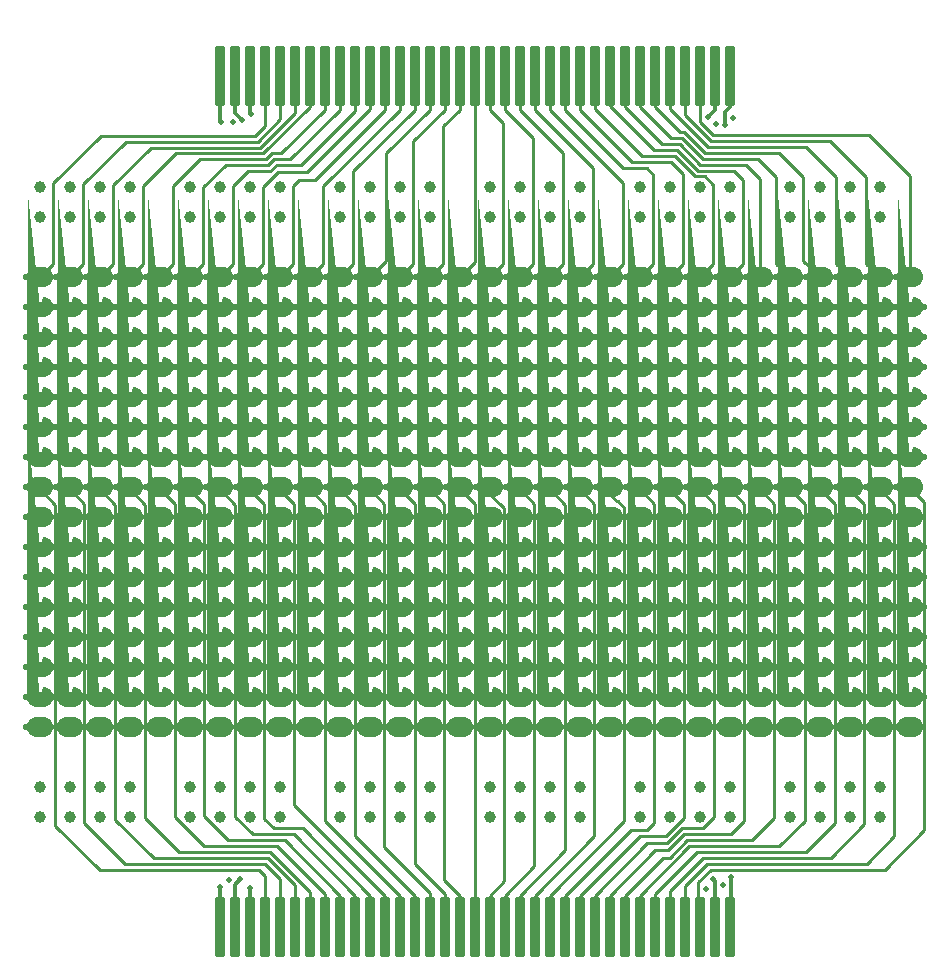
<source format=gtl>
%TF.GenerationSoftware,KiCad,Pcbnew,7.0.7*%
%TF.CreationDate,2024-02-23T14:46:40-08:00*%
%TF.ProjectId,JluxR2protoboard,4a6c7578-5232-4707-926f-746f626f6172,rev?*%
%TF.SameCoordinates,Original*%
%TF.FileFunction,Copper,L1,Top*%
%TF.FilePolarity,Positive*%
%FSLAX46Y46*%
G04 Gerber Fmt 4.6, Leading zero omitted, Abs format (unit mm)*
G04 Created by KiCad (PCBNEW 7.0.7) date 2024-02-23 14:46:40*
%MOMM*%
%LPD*%
G01*
G04 APERTURE LIST*
G04 Aperture macros list*
%AMRoundRect*
0 Rectangle with rounded corners*
0 $1 Rounding radius*
0 $2 $3 $4 $5 $6 $7 $8 $9 X,Y pos of 4 corners*
0 Add a 4 corners polygon primitive as box body*
4,1,4,$2,$3,$4,$5,$6,$7,$8,$9,$2,$3,0*
0 Add four circle primitives for the rounded corners*
1,1,$1+$1,$2,$3*
1,1,$1+$1,$4,$5*
1,1,$1+$1,$6,$7*
1,1,$1+$1,$8,$9*
0 Add four rect primitives between the rounded corners*
20,1,$1+$1,$2,$3,$4,$5,0*
20,1,$1+$1,$4,$5,$6,$7,0*
20,1,$1+$1,$6,$7,$8,$9,0*
20,1,$1+$1,$8,$9,$2,$3,0*%
%AMFreePoly0*
4,1,49,0.250000,0.845344,0.338849,0.845344,0.512664,0.808398,0.675000,0.736122,0.818761,0.631673,0.937664,0.499617,1.026514,0.345726,1.081425,0.176725,1.100000,0.000000,1.081425,-0.176725,1.026514,-0.345726,0.937664,-0.499617,0.818761,-0.631673,0.675000,-0.736122,0.512664,-0.808398,0.338849,-0.845344,0.250000,-0.845344,0.250000,-0.850000,-0.250000,-0.850000,-0.250000,-0.845344,
-0.338849,-0.845344,-0.512664,-0.808398,-0.675000,-0.736122,-0.818761,-0.631673,-0.937664,-0.499617,-1.012030,-0.370812,-1.075001,-0.307840,-1.175960,-0.250000,-1.210000,-0.250000,-1.305671,-0.230970,-1.386777,-0.176777,-1.440970,-0.095671,-1.460000,0.000000,-1.440970,0.095671,-1.386777,0.176777,-1.305671,0.230970,-1.210000,0.250000,-1.175960,0.250000,-1.075001,0.307840,-1.012030,0.370812,
-0.937664,0.499617,-0.818761,0.631673,-0.675000,0.736122,-0.512664,0.808398,-0.338849,0.845344,-0.250000,0.845344,-0.250000,0.850000,0.250000,0.850000,0.250000,0.845344,0.250000,0.845344,$1*%
%AMFreePoly1*
4,1,59,0.250000,0.845344,0.338849,0.845344,0.512664,0.808398,0.675000,0.736122,0.818761,0.631673,0.937664,0.499617,1.012030,0.370812,1.075002,0.307840,1.175960,0.250000,1.210000,0.250000,1.305671,0.230970,1.386777,0.176777,1.440970,0.095671,1.460000,0.000000,1.440970,-0.095671,1.386777,-0.176777,1.305671,-0.230970,1.210000,-0.250000,1.175960,-0.250000,1.075002,-0.307840,
1.012030,-0.370812,0.937664,-0.499617,0.818761,-0.631673,0.675000,-0.736122,0.512664,-0.808398,0.338849,-0.845344,0.250000,-0.845344,0.250000,-0.850000,-0.250000,-0.850000,-0.250000,-0.845344,-0.338849,-0.845344,-0.512664,-0.808398,-0.675000,-0.736122,-0.818761,-0.631673,-0.937664,-0.499617,-1.012030,-0.370812,-1.075001,-0.307840,-1.175960,-0.250000,-1.210000,-0.250000,-1.305671,-0.230970,
-1.386777,-0.176777,-1.440970,-0.095671,-1.460000,0.000000,-1.440970,0.095671,-1.386777,0.176777,-1.305671,0.230970,-1.210000,0.250000,-1.175960,0.250000,-1.075001,0.307840,-1.012030,0.370812,-0.937664,0.499617,-0.818761,0.631673,-0.675000,0.736122,-0.512664,0.808398,-0.338849,0.845344,-0.250000,0.845344,-0.250000,0.850000,0.250000,0.850000,0.250000,0.845344,0.250000,0.845344,
$1*%
G04 Aperture macros list end*
%TA.AperFunction,ComponentPad*%
%ADD10FreePoly0,90.000000*%
%TD*%
%TA.AperFunction,ComponentPad*%
%ADD11FreePoly1,90.000000*%
%TD*%
%TA.AperFunction,ComponentPad*%
%ADD12FreePoly0,270.000000*%
%TD*%
%TA.AperFunction,ComponentPad*%
%ADD13C,1.000000*%
%TD*%
%TA.AperFunction,SMDPad,CuDef*%
%ADD14RoundRect,0.090000X-0.360000X-2.410000X0.360000X-2.410000X0.360000X2.410000X-0.360000X2.410000X0*%
%TD*%
%TA.AperFunction,SMDPad,CuDef*%
%ADD15RoundRect,0.090000X0.360000X2.410000X-0.360000X2.410000X-0.360000X-2.410000X0.360000X-2.410000X0*%
%TD*%
%TA.AperFunction,ViaPad*%
%ADD16C,0.500000*%
%TD*%
%TA.AperFunction,Conductor*%
%ADD17C,0.250000*%
%TD*%
%TA.AperFunction,Conductor*%
%ADD18C,0.350000*%
%TD*%
G04 APERTURE END LIST*
D10*
%TO.P,J1,1,Pin_1*%
%TO.N,Net-(J1-Pin_1)*%
X65151000Y-39461201D03*
D11*
X65151000Y-42001201D03*
X65151000Y-44541201D03*
X65151000Y-47081201D03*
X65151000Y-49621201D03*
X65151000Y-52161201D03*
X65151000Y-54701201D03*
D12*
X65151000Y-57241201D03*
D10*
%TO.P,J1,2,Pin_2*%
%TO.N,Net-(J1-Pin_2)*%
X67691000Y-39461201D03*
D11*
X67691000Y-42001201D03*
X67691000Y-44541201D03*
X67691000Y-47081201D03*
X67691000Y-49621201D03*
X67691000Y-52161201D03*
X67691000Y-54701201D03*
D12*
X67691000Y-57241201D03*
D10*
%TO.P,J1,3,Pin_3*%
%TO.N,Net-(J1-Pin_3)*%
X70231000Y-39461201D03*
D11*
X70231000Y-42001201D03*
X70231000Y-44541201D03*
X70231000Y-47081201D03*
X70231000Y-49621201D03*
X70231000Y-52161201D03*
X70231000Y-54701201D03*
D12*
X70231000Y-57241201D03*
D10*
%TO.P,J1,4,Pin_4*%
%TO.N,Net-(J1-Pin_4)*%
X72771000Y-39461201D03*
D11*
X72771000Y-42001201D03*
X72771000Y-44541201D03*
X72771000Y-47081201D03*
X72771000Y-49621201D03*
X72771000Y-52161201D03*
X72771000Y-54701201D03*
D12*
X72771000Y-57241201D03*
D10*
%TO.P,J1,5,Pin_5*%
%TO.N,Net-(J1-Pin_5)*%
X75311000Y-39461201D03*
D11*
X75311000Y-42001201D03*
X75311000Y-44541201D03*
X75311000Y-47081201D03*
X75311000Y-49621201D03*
X75311000Y-52161201D03*
X75311000Y-54701201D03*
D12*
X75311000Y-57241201D03*
D10*
%TO.P,J1,6,Pin_6*%
%TO.N,Net-(J1-Pin_6)*%
X77851000Y-39461201D03*
D11*
X77851000Y-42001201D03*
X77851000Y-44541201D03*
X77851000Y-47081201D03*
X77851000Y-49621201D03*
X77851000Y-52161201D03*
X77851000Y-54701201D03*
D12*
X77851000Y-57241201D03*
D10*
%TO.P,J1,7,Pin_7*%
%TO.N,Net-(J1-Pin_7)*%
X80391000Y-39461201D03*
D11*
X80391000Y-42001201D03*
X80391000Y-44541201D03*
X80391000Y-47081201D03*
X80391000Y-49621201D03*
X80391000Y-52161201D03*
X80391000Y-54701201D03*
D12*
X80391000Y-57241201D03*
D10*
%TO.P,J1,8,Pin_8*%
%TO.N,Net-(J1-Pin_8)*%
X82931000Y-39461201D03*
D11*
X82931000Y-42001201D03*
X82931000Y-44541201D03*
X82931000Y-47081201D03*
X82931000Y-49621201D03*
X82931000Y-52161201D03*
X82931000Y-54701201D03*
D12*
X82931000Y-57241201D03*
D10*
%TO.P,J1,9,Pin_9*%
%TO.N,Net-(J1-Pin_9)*%
X85471000Y-39461201D03*
D11*
X85471000Y-42001201D03*
X85471000Y-44541201D03*
X85471000Y-47081201D03*
X85471000Y-49621201D03*
X85471000Y-52161201D03*
X85471000Y-54701201D03*
D12*
X85471000Y-57241201D03*
D10*
%TO.P,J1,10,Pin_10*%
%TO.N,Net-(J1-Pin_10)*%
X88011000Y-39461201D03*
D11*
X88011000Y-42001201D03*
X88011000Y-44541201D03*
X88011000Y-47081201D03*
X88011000Y-49621201D03*
X88011000Y-52161201D03*
X88011000Y-54701201D03*
D12*
X88011000Y-57241201D03*
D10*
%TO.P,J1,11,Pin_11*%
%TO.N,Net-(J1-Pin_11)*%
X90551000Y-39461201D03*
D11*
X90551000Y-42001201D03*
X90551000Y-44541201D03*
X90551000Y-47081201D03*
X90551000Y-49621201D03*
X90551000Y-52161201D03*
X90551000Y-54701201D03*
D12*
X90551000Y-57241201D03*
D10*
%TO.P,J1,12,Pin_12*%
%TO.N,Net-(J1-Pin_12)*%
X93091000Y-39461201D03*
D11*
X93091000Y-42001201D03*
X93091000Y-44541201D03*
X93091000Y-47081201D03*
X93091000Y-49621201D03*
X93091000Y-52161201D03*
X93091000Y-54701201D03*
D12*
X93091000Y-57241201D03*
D10*
%TO.P,J1,13,Pin_13*%
%TO.N,Net-(J1-Pin_13)*%
X95631000Y-39461201D03*
D11*
X95631000Y-42001201D03*
X95631000Y-44541201D03*
X95631000Y-47081201D03*
X95631000Y-49621201D03*
X95631000Y-52161201D03*
X95631000Y-54701201D03*
D12*
X95631000Y-57241201D03*
D10*
%TO.P,J1,14,Pin_14*%
%TO.N,Net-(J1-Pin_14)*%
X98171000Y-39461201D03*
D11*
X98171000Y-42001201D03*
X98171000Y-44541201D03*
X98171000Y-47081201D03*
X98171000Y-49621201D03*
X98171000Y-52161201D03*
X98171000Y-54701201D03*
D12*
X98171000Y-57241201D03*
D10*
%TO.P,J1,15,Pin_15*%
%TO.N,Net-(J1-Pin_15)*%
X100711000Y-39461201D03*
D11*
X100711000Y-42001201D03*
X100711000Y-44541201D03*
X100711000Y-47081201D03*
X100711000Y-49621201D03*
X100711000Y-52161201D03*
X100711000Y-54701201D03*
D12*
X100711000Y-57241201D03*
D10*
%TO.P,J1,16,Pin_16*%
%TO.N,Net-(J1-Pin_16)*%
X103251000Y-39461201D03*
D11*
X103251000Y-42001201D03*
X103251000Y-44541201D03*
X103251000Y-47081201D03*
X103251000Y-49621201D03*
X103251000Y-52161201D03*
X103251000Y-54701201D03*
D12*
X103251000Y-57241201D03*
D10*
%TO.P,J1,17,Pin_17*%
%TO.N,Net-(J1-Pin_17)*%
X105791000Y-39461201D03*
D11*
X105791000Y-42001201D03*
X105791000Y-44541201D03*
X105791000Y-47081201D03*
X105791000Y-49621201D03*
X105791000Y-52161201D03*
X105791000Y-54701201D03*
D12*
X105791000Y-57241201D03*
D10*
%TO.P,J1,18,Pin_18*%
%TO.N,Net-(J1-Pin_18)*%
X108331000Y-39461201D03*
D11*
X108331000Y-42001201D03*
X108331000Y-44541201D03*
X108331000Y-47081201D03*
X108331000Y-49621201D03*
X108331000Y-52161201D03*
X108331000Y-54701201D03*
D12*
X108331000Y-57241201D03*
D10*
%TO.P,J1,19,Pin_19*%
%TO.N,Net-(J1-Pin_19)*%
X110871000Y-39461201D03*
D11*
X110871000Y-42001201D03*
X110871000Y-44541201D03*
X110871000Y-47081201D03*
X110871000Y-49621201D03*
X110871000Y-52161201D03*
X110871000Y-54701201D03*
D12*
X110871000Y-57241201D03*
D10*
%TO.P,J1,20,Pin_20*%
%TO.N,Net-(J1-Pin_20)*%
X113411000Y-39461201D03*
D11*
X113411000Y-42001201D03*
X113411000Y-44541201D03*
X113411000Y-47081201D03*
X113411000Y-49621201D03*
X113411000Y-52161201D03*
X113411000Y-54701201D03*
D12*
X113411000Y-57241201D03*
D10*
%TO.P,J1,21,Pin_21*%
%TO.N,Net-(J1-Pin_21)*%
X115951000Y-39461201D03*
D11*
X115951000Y-42001201D03*
X115951000Y-44541201D03*
X115951000Y-47081201D03*
X115951000Y-49621201D03*
X115951000Y-52161201D03*
X115951000Y-54701201D03*
D12*
X115951000Y-57241201D03*
D10*
%TO.P,J1,22,Pin_22*%
%TO.N,Net-(J1-Pin_22)*%
X118491000Y-39461201D03*
D11*
X118491000Y-42001201D03*
X118491000Y-44541201D03*
X118491000Y-47081201D03*
X118491000Y-49621201D03*
X118491000Y-52161201D03*
X118491000Y-54701201D03*
D12*
X118491000Y-57241201D03*
D10*
%TO.P,J1,23,Pin_23*%
%TO.N,Net-(J1-Pin_23)*%
X121031000Y-39461201D03*
D11*
X121031000Y-42001201D03*
X121031000Y-44541201D03*
X121031000Y-47081201D03*
X121031000Y-49621201D03*
X121031000Y-52161201D03*
X121031000Y-54701201D03*
D12*
X121031000Y-57241201D03*
D10*
%TO.P,J1,24,Pin_24*%
%TO.N,Net-(J1-Pin_24)*%
X123571000Y-39461201D03*
D11*
X123571000Y-42001201D03*
X123571000Y-44541201D03*
X123571000Y-47081201D03*
X123571000Y-49621201D03*
X123571000Y-52161201D03*
X123571000Y-54701201D03*
D12*
X123571000Y-57241201D03*
D10*
%TO.P,J1,25,Pin_25*%
%TO.N,Net-(J1-Pin_25)*%
X126111000Y-39461201D03*
D11*
X126111000Y-42001201D03*
X126111000Y-44541201D03*
X126111000Y-47081201D03*
X126111000Y-49621201D03*
X126111000Y-52161201D03*
X126111000Y-54701201D03*
D12*
X126111000Y-57241201D03*
D10*
%TO.P,J1,26,Pin_26*%
%TO.N,Net-(J1-Pin_26)*%
X128651000Y-39461201D03*
D11*
X128651000Y-42001201D03*
X128651000Y-44541201D03*
X128651000Y-47081201D03*
X128651000Y-49621201D03*
X128651000Y-52161201D03*
X128651000Y-54701201D03*
D12*
X128651000Y-57241201D03*
D10*
%TO.P,J1,27,Pin_27*%
%TO.N,Net-(J1-Pin_27)*%
X131191000Y-39461201D03*
D11*
X131191000Y-42001201D03*
X131191000Y-44541201D03*
X131191000Y-47081201D03*
X131191000Y-49621201D03*
X131191000Y-52161201D03*
X131191000Y-54701201D03*
D12*
X131191000Y-57241201D03*
D10*
%TO.P,J1,28,Pin_28*%
%TO.N,Net-(J1-Pin_28)*%
X133731000Y-39461201D03*
D11*
X133731000Y-42001201D03*
X133731000Y-44541201D03*
X133731000Y-47081201D03*
X133731000Y-49621201D03*
X133731000Y-52161201D03*
X133731000Y-54701201D03*
D12*
X133731000Y-57241201D03*
D10*
%TO.P,J1,29,Pin_29*%
%TO.N,Net-(J1-Pin_29)*%
X136271000Y-39461201D03*
D11*
X136271000Y-42001201D03*
X136271000Y-44541201D03*
X136271000Y-47081201D03*
X136271000Y-49621201D03*
X136271000Y-52161201D03*
X136271000Y-54701201D03*
D12*
X136271000Y-57241201D03*
D10*
%TO.P,J1,30,Pin_30*%
%TO.N,Net-(J1-Pin_30)*%
X138811000Y-39461201D03*
D11*
X138811000Y-42001201D03*
X138811000Y-44541201D03*
X138811000Y-47081201D03*
X138811000Y-49621201D03*
X138811000Y-52161201D03*
X138811000Y-54701201D03*
D12*
X138811000Y-57241201D03*
%TD*%
D10*
%TO.P,J2,1,Pin_1*%
%TO.N,Net-(J11-Pin_1)*%
X65151000Y-59781201D03*
D11*
X65151000Y-62321201D03*
X65151000Y-64861201D03*
X65151000Y-67401201D03*
X65151000Y-69941201D03*
X65151000Y-72481201D03*
X65151000Y-75021201D03*
D12*
X65151000Y-77561201D03*
D10*
%TO.P,J2,2,Pin_2*%
%TO.N,Net-(J11-Pin_2)*%
X67691000Y-59781201D03*
D11*
X67691000Y-62321201D03*
X67691000Y-64861201D03*
X67691000Y-67401201D03*
X67691000Y-69941201D03*
X67691000Y-72481201D03*
X67691000Y-75021201D03*
D12*
X67691000Y-77561201D03*
D10*
%TO.P,J2,3,Pin_3*%
%TO.N,Net-(J11-Pin_3)*%
X70231000Y-59781201D03*
D11*
X70231000Y-62321201D03*
X70231000Y-64861201D03*
X70231000Y-67401201D03*
X70231000Y-69941201D03*
X70231000Y-72481201D03*
X70231000Y-75021201D03*
D12*
X70231000Y-77561201D03*
D10*
%TO.P,J2,4,Pin_4*%
%TO.N,Net-(J11-Pin_4)*%
X72771000Y-59781201D03*
D11*
X72771000Y-62321201D03*
X72771000Y-64861201D03*
X72771000Y-67401201D03*
X72771000Y-69941201D03*
X72771000Y-72481201D03*
X72771000Y-75021201D03*
D12*
X72771000Y-77561201D03*
D10*
%TO.P,J2,5,Pin_5*%
%TO.N,Net-(J11-Pin_5)*%
X75311000Y-59781201D03*
D11*
X75311000Y-62321201D03*
X75311000Y-64861201D03*
X75311000Y-67401201D03*
X75311000Y-69941201D03*
X75311000Y-72481201D03*
X75311000Y-75021201D03*
D12*
X75311000Y-77561201D03*
D10*
%TO.P,J2,6,Pin_6*%
%TO.N,Net-(J11-Pin_6)*%
X77851000Y-59781201D03*
D11*
X77851000Y-62321201D03*
X77851000Y-64861201D03*
X77851000Y-67401201D03*
X77851000Y-69941201D03*
X77851000Y-72481201D03*
X77851000Y-75021201D03*
D12*
X77851000Y-77561201D03*
D10*
%TO.P,J2,7,Pin_7*%
%TO.N,Net-(J11-Pin_7)*%
X80391000Y-59781201D03*
D11*
X80391000Y-62321201D03*
X80391000Y-64861201D03*
X80391000Y-67401201D03*
X80391000Y-69941201D03*
X80391000Y-72481201D03*
X80391000Y-75021201D03*
D12*
X80391000Y-77561201D03*
D10*
%TO.P,J2,8,Pin_8*%
%TO.N,Net-(J11-Pin_8)*%
X82931000Y-59781201D03*
D11*
X82931000Y-62321201D03*
X82931000Y-64861201D03*
X82931000Y-67401201D03*
X82931000Y-69941201D03*
X82931000Y-72481201D03*
X82931000Y-75021201D03*
D12*
X82931000Y-77561201D03*
D10*
%TO.P,J2,9,Pin_9*%
%TO.N,Net-(J11-Pin_9)*%
X85471000Y-59781201D03*
D11*
X85471000Y-62321201D03*
X85471000Y-64861201D03*
X85471000Y-67401201D03*
X85471000Y-69941201D03*
X85471000Y-72481201D03*
X85471000Y-75021201D03*
D12*
X85471000Y-77561201D03*
D10*
%TO.P,J2,10,Pin_10*%
%TO.N,Net-(J11-Pin_10)*%
X88011000Y-59781201D03*
D11*
X88011000Y-62321201D03*
X88011000Y-64861201D03*
X88011000Y-67401201D03*
X88011000Y-69941201D03*
X88011000Y-72481201D03*
X88011000Y-75021201D03*
D12*
X88011000Y-77561201D03*
D10*
%TO.P,J2,11,Pin_11*%
%TO.N,Net-(J11-Pin_11)*%
X90551000Y-59781201D03*
D11*
X90551000Y-62321201D03*
X90551000Y-64861201D03*
X90551000Y-67401201D03*
X90551000Y-69941201D03*
X90551000Y-72481201D03*
X90551000Y-75021201D03*
D12*
X90551000Y-77561201D03*
D10*
%TO.P,J2,12,Pin_12*%
%TO.N,Net-(J11-Pin_12)*%
X93091000Y-59781201D03*
D11*
X93091000Y-62321201D03*
X93091000Y-64861201D03*
X93091000Y-67401201D03*
X93091000Y-69941201D03*
X93091000Y-72481201D03*
X93091000Y-75021201D03*
D12*
X93091000Y-77561201D03*
D10*
%TO.P,J2,13,Pin_13*%
%TO.N,Net-(J11-Pin_13)*%
X95631000Y-59781201D03*
D11*
X95631000Y-62321201D03*
X95631000Y-64861201D03*
X95631000Y-67401201D03*
X95631000Y-69941201D03*
X95631000Y-72481201D03*
X95631000Y-75021201D03*
D12*
X95631000Y-77561201D03*
D10*
%TO.P,J2,14,Pin_14*%
%TO.N,Net-(J11-Pin_14)*%
X98171000Y-59781201D03*
D11*
X98171000Y-62321201D03*
X98171000Y-64861201D03*
X98171000Y-67401201D03*
X98171000Y-69941201D03*
X98171000Y-72481201D03*
X98171000Y-75021201D03*
D12*
X98171000Y-77561201D03*
D10*
%TO.P,J2,15,Pin_15*%
%TO.N,Net-(J11-Pin_15)*%
X100711000Y-59781201D03*
D11*
X100711000Y-62321201D03*
X100711000Y-64861201D03*
X100711000Y-67401201D03*
X100711000Y-69941201D03*
X100711000Y-72481201D03*
X100711000Y-75021201D03*
D12*
X100711000Y-77561201D03*
D10*
%TO.P,J2,16,Pin_16*%
%TO.N,Net-(J11-Pin_16)*%
X103251000Y-59781201D03*
D11*
X103251000Y-62321201D03*
X103251000Y-64861201D03*
X103251000Y-67401201D03*
X103251000Y-69941201D03*
X103251000Y-72481201D03*
X103251000Y-75021201D03*
D12*
X103251000Y-77561201D03*
D10*
%TO.P,J2,17,Pin_17*%
%TO.N,Net-(J11-Pin_17)*%
X105791000Y-59781201D03*
D11*
X105791000Y-62321201D03*
X105791000Y-64861201D03*
X105791000Y-67401201D03*
X105791000Y-69941201D03*
X105791000Y-72481201D03*
X105791000Y-75021201D03*
D12*
X105791000Y-77561201D03*
D10*
%TO.P,J2,18,Pin_18*%
%TO.N,Net-(J11-Pin_18)*%
X108331000Y-59781201D03*
D11*
X108331000Y-62321201D03*
X108331000Y-64861201D03*
X108331000Y-67401201D03*
X108331000Y-69941201D03*
X108331000Y-72481201D03*
X108331000Y-75021201D03*
D12*
X108331000Y-77561201D03*
D10*
%TO.P,J2,19,Pin_19*%
%TO.N,Net-(J11-Pin_19)*%
X110871000Y-59781201D03*
D11*
X110871000Y-62321201D03*
X110871000Y-64861201D03*
X110871000Y-67401201D03*
X110871000Y-69941201D03*
X110871000Y-72481201D03*
X110871000Y-75021201D03*
D12*
X110871000Y-77561201D03*
D10*
%TO.P,J2,20,Pin_20*%
%TO.N,Net-(J11-Pin_20)*%
X113411000Y-59781201D03*
D11*
X113411000Y-62321201D03*
X113411000Y-64861201D03*
X113411000Y-67401201D03*
X113411000Y-69941201D03*
X113411000Y-72481201D03*
X113411000Y-75021201D03*
D12*
X113411000Y-77561201D03*
D10*
%TO.P,J2,21,Pin_21*%
%TO.N,Net-(J11-Pin_21)*%
X115951000Y-59781201D03*
D11*
X115951000Y-62321201D03*
X115951000Y-64861201D03*
X115951000Y-67401201D03*
X115951000Y-69941201D03*
X115951000Y-72481201D03*
X115951000Y-75021201D03*
D12*
X115951000Y-77561201D03*
D10*
%TO.P,J2,22,Pin_22*%
%TO.N,Net-(J11-Pin_22)*%
X118491000Y-59781201D03*
D11*
X118491000Y-62321201D03*
X118491000Y-64861201D03*
X118491000Y-67401201D03*
X118491000Y-69941201D03*
X118491000Y-72481201D03*
X118491000Y-75021201D03*
D12*
X118491000Y-77561201D03*
D10*
%TO.P,J2,23,Pin_23*%
%TO.N,Net-(J11-Pin_23)*%
X121031000Y-59781201D03*
D11*
X121031000Y-62321201D03*
X121031000Y-64861201D03*
X121031000Y-67401201D03*
X121031000Y-69941201D03*
X121031000Y-72481201D03*
X121031000Y-75021201D03*
D12*
X121031000Y-77561201D03*
D10*
%TO.P,J2,24,Pin_24*%
%TO.N,Net-(J11-Pin_24)*%
X123571000Y-59781201D03*
D11*
X123571000Y-62321201D03*
X123571000Y-64861201D03*
X123571000Y-67401201D03*
X123571000Y-69941201D03*
X123571000Y-72481201D03*
X123571000Y-75021201D03*
D12*
X123571000Y-77561201D03*
D10*
%TO.P,J2,25,Pin_25*%
%TO.N,Net-(J11-Pin_25)*%
X126111000Y-59781201D03*
D11*
X126111000Y-62321201D03*
X126111000Y-64861201D03*
X126111000Y-67401201D03*
X126111000Y-69941201D03*
X126111000Y-72481201D03*
X126111000Y-75021201D03*
D12*
X126111000Y-77561201D03*
D10*
%TO.P,J2,26,Pin_26*%
%TO.N,Net-(J11-Pin_26)*%
X128651000Y-59781201D03*
D11*
X128651000Y-62321201D03*
X128651000Y-64861201D03*
X128651000Y-67401201D03*
X128651000Y-69941201D03*
X128651000Y-72481201D03*
X128651000Y-75021201D03*
D12*
X128651000Y-77561201D03*
D10*
%TO.P,J2,27,Pin_27*%
%TO.N,Net-(J11-Pin_27)*%
X131191000Y-59781201D03*
D11*
X131191000Y-62321201D03*
X131191000Y-64861201D03*
X131191000Y-67401201D03*
X131191000Y-69941201D03*
X131191000Y-72481201D03*
X131191000Y-75021201D03*
D12*
X131191000Y-77561201D03*
D10*
%TO.P,J2,28,Pin_28*%
%TO.N,Net-(J11-Pin_28)*%
X133731000Y-59781201D03*
D11*
X133731000Y-62321201D03*
X133731000Y-64861201D03*
X133731000Y-67401201D03*
X133731000Y-69941201D03*
X133731000Y-72481201D03*
X133731000Y-75021201D03*
D12*
X133731000Y-77561201D03*
D10*
%TO.P,J2,29,Pin_29*%
%TO.N,Net-(J11-Pin_29)*%
X136271000Y-59781201D03*
D11*
X136271000Y-62321201D03*
X136271000Y-64861201D03*
X136271000Y-67401201D03*
X136271000Y-69941201D03*
X136271000Y-72481201D03*
X136271000Y-75021201D03*
D12*
X136271000Y-77561201D03*
D10*
%TO.P,J2,30,Pin_30*%
%TO.N,Net-(J11-Pin_30)*%
X138811000Y-59781201D03*
D11*
X138811000Y-62321201D03*
X138811000Y-64861201D03*
X138811000Y-67401201D03*
X138811000Y-69941201D03*
X138811000Y-72481201D03*
X138811000Y-75021201D03*
D12*
X138811000Y-77561201D03*
%TD*%
D13*
%TO.P,TP24,1,1*%
%TO.N,TOP_POS*%
X65151000Y-31826200D03*
X67691000Y-31826200D03*
X70231000Y-31826200D03*
X72771000Y-31826200D03*
X77851000Y-31826200D03*
X80391000Y-31826200D03*
X82931000Y-31826200D03*
X85471000Y-31826200D03*
X90551000Y-31826200D03*
X93091000Y-31826200D03*
X95631000Y-31826200D03*
X98171000Y-31826200D03*
X103251000Y-31826200D03*
X105791000Y-31826200D03*
X108331000Y-31826200D03*
X110871000Y-31826200D03*
X115951000Y-31826200D03*
X118491000Y-31826200D03*
X121031000Y-31826200D03*
X123571000Y-31826200D03*
X128651000Y-31826200D03*
X131191000Y-31826200D03*
X133731000Y-31826200D03*
X136271000Y-31826200D03*
%TD*%
%TO.P,TP26,1,1*%
%TO.N,TOP_NEG*%
X65151000Y-34366200D03*
X67691000Y-34366200D03*
X70231000Y-34366200D03*
X72771000Y-34366200D03*
X77851000Y-34366200D03*
X80391000Y-34366200D03*
X82931000Y-34366200D03*
X85471000Y-34366200D03*
X90551000Y-34366200D03*
X93091000Y-34366200D03*
X95631000Y-34366200D03*
X98171000Y-34366200D03*
X103251000Y-34366200D03*
X105791000Y-34366200D03*
X108331000Y-34366200D03*
X110871000Y-34366200D03*
X115951000Y-34366200D03*
X118491000Y-34366200D03*
X121031000Y-34366200D03*
X123571000Y-34366200D03*
X128651000Y-34366200D03*
X131191000Y-34366200D03*
X133731000Y-34366200D03*
X136271000Y-34366200D03*
%TD*%
%TO.P,TP28,1,1*%
%TO.N,BOT_POS*%
X65151000Y-82626200D03*
X67691000Y-82626200D03*
X70231000Y-82626200D03*
X72771000Y-82626200D03*
X77851000Y-82626200D03*
X80391000Y-82626200D03*
X82931000Y-82626200D03*
X85471000Y-82626200D03*
X90551000Y-82626200D03*
X93091000Y-82626200D03*
X95631000Y-82626200D03*
X98171000Y-82626200D03*
X103251000Y-82626200D03*
X105791000Y-82626200D03*
X108331000Y-82626200D03*
X110871000Y-82626200D03*
X115951000Y-82626200D03*
X118491000Y-82626200D03*
X121031000Y-82626200D03*
X123571000Y-82626200D03*
X128651000Y-82626200D03*
X131191000Y-82626200D03*
X133731000Y-82626200D03*
X136271000Y-82626200D03*
%TD*%
%TO.P,TP30,1,1*%
%TO.N,BOT_NEG*%
X65151000Y-85166200D03*
X67691000Y-85166200D03*
X70231000Y-85166200D03*
X72771000Y-85166200D03*
X77851000Y-85166200D03*
X80391000Y-85166200D03*
X82931000Y-85166200D03*
X85471000Y-85166200D03*
X90551000Y-85166200D03*
X93091000Y-85166200D03*
X95631000Y-85166200D03*
X98171000Y-85166200D03*
X103251000Y-85166200D03*
X105791000Y-85166200D03*
X108331000Y-85166200D03*
X110871000Y-85166200D03*
X115951000Y-85166200D03*
X118491000Y-85166200D03*
X121031000Y-85166200D03*
X123571000Y-85166200D03*
X128651000Y-85166200D03*
X131191000Y-85166200D03*
X133731000Y-85166200D03*
X136271000Y-85166200D03*
%TD*%
D14*
%TO.P,J11,31,Pin_31*%
%TO.N,Net-(J1-Pin_1)*%
X84175600Y-22453600D03*
%TO.P,J11,32,Pin_32*%
%TO.N,Net-(J1-Pin_2)*%
X85445600Y-22453600D03*
%TO.P,J11,33,Pin_33*%
%TO.N,Net-(J1-Pin_3)*%
X86715600Y-22453600D03*
%TO.P,J11,34,Pin_34*%
%TO.N,Net-(J1-Pin_4)*%
X87985600Y-22453600D03*
%TO.P,J11,35,Pin_35*%
%TO.N,Net-(J1-Pin_5)*%
X89255600Y-22453600D03*
%TO.P,J11,36,Pin_36*%
%TO.N,Net-(J1-Pin_6)*%
X90525600Y-22453600D03*
%TO.P,J11,37,Pin_37*%
%TO.N,Net-(J1-Pin_7)*%
X91795600Y-22453600D03*
%TO.P,J11,38,Pin_38*%
%TO.N,Net-(J1-Pin_8)*%
X93065600Y-22453600D03*
%TO.P,J11,39,Pin_39*%
%TO.N,Net-(J1-Pin_9)*%
X94335600Y-22453600D03*
%TO.P,J11,40,Pin_40*%
%TO.N,Net-(J1-Pin_10)*%
X95605600Y-22453600D03*
%TO.P,J11,41,Pin_41*%
%TO.N,Net-(J1-Pin_11)*%
X96875600Y-22453600D03*
%TO.P,J11,42,Pin_42*%
%TO.N,Net-(J1-Pin_12)*%
X98145600Y-22453600D03*
%TO.P,J11,43,Pin_43*%
%TO.N,Net-(J1-Pin_13)*%
X99415600Y-22453600D03*
%TO.P,J11,44,Pin_44*%
%TO.N,Net-(J1-Pin_14)*%
X100685600Y-22453600D03*
%TO.P,J11,45,Pin_45*%
%TO.N,Net-(J1-Pin_15)*%
X101955600Y-22453600D03*
%TO.P,J11,46,Pin_46*%
%TO.N,Net-(J1-Pin_16)*%
X103225600Y-22453600D03*
%TO.P,J11,47,Pin_47*%
%TO.N,Net-(J1-Pin_17)*%
X104495600Y-22453600D03*
%TO.P,J11,48,Pin_48*%
%TO.N,Net-(J1-Pin_18)*%
X105765600Y-22453600D03*
%TO.P,J11,49,Pin_49*%
%TO.N,Net-(J1-Pin_19)*%
X107035600Y-22453600D03*
%TO.P,J11,50,Pin_50*%
%TO.N,Net-(J1-Pin_20)*%
X108305600Y-22453600D03*
%TO.P,J11,51,Pin_51*%
%TO.N,Net-(J1-Pin_21)*%
X109575600Y-22453600D03*
%TO.P,J11,52,Pin_52*%
%TO.N,Net-(J1-Pin_22)*%
X110845600Y-22453600D03*
%TO.P,J11,53,Pin_53*%
%TO.N,Net-(J1-Pin_23)*%
X112115600Y-22453600D03*
%TO.P,J11,54,Pin_54*%
%TO.N,Net-(J1-Pin_24)*%
X113385600Y-22453600D03*
%TO.P,J11,55,Pin_55*%
%TO.N,Net-(J1-Pin_25)*%
X114655600Y-22453600D03*
%TO.P,J11,56,Pin_56*%
%TO.N,Net-(J1-Pin_26)*%
X115925600Y-22453600D03*
%TO.P,J11,57,Pin_57*%
%TO.N,Net-(J1-Pin_27)*%
X117195600Y-22453600D03*
%TO.P,J11,58,Pin_58*%
%TO.N,Net-(J1-Pin_28)*%
X118465600Y-22453600D03*
%TO.P,J11,59,Pin_59*%
%TO.N,Net-(J1-Pin_29)*%
X119735600Y-22453600D03*
%TO.P,J11,60,Pin_60*%
%TO.N,Net-(J1-Pin_30)*%
X121005600Y-22453600D03*
%TO.P,J11,63,Pin_63*%
%TO.N,TOP_POS*%
X122275600Y-22453600D03*
%TO.P,J11,64,Pin_64*%
%TO.N,TOP_NEG*%
X123545600Y-22453600D03*
%TO.P,J11,65,Pin_65*%
%TO.N,LED_GND*%
X80365600Y-22453600D03*
%TO.P,J11,66,Pin_66*%
%TO.N,LED_DATA_OUT*%
X81635600Y-22453600D03*
%TO.P,J11,67,Pin_67*%
%TO.N,LED_5V*%
X82905600Y-22453600D03*
%TD*%
D15*
%TO.P,J12,31,Pin_31*%
%TO.N,Net-(J1-Pin_1)*%
X84201000Y-94488000D03*
%TO.P,J12,32,Pin_32*%
%TO.N,Net-(J1-Pin_2)*%
X85471000Y-94488000D03*
%TO.P,J12,33,Pin_33*%
%TO.N,Net-(J1-Pin_3)*%
X86741000Y-94488000D03*
%TO.P,J12,34,Pin_34*%
%TO.N,Net-(J1-Pin_4)*%
X88011000Y-94488000D03*
%TO.P,J12,35,Pin_35*%
%TO.N,Net-(J1-Pin_5)*%
X89281000Y-94488000D03*
%TO.P,J12,36,Pin_36*%
%TO.N,Net-(J1-Pin_6)*%
X90551000Y-94488000D03*
%TO.P,J12,37,Pin_37*%
%TO.N,Net-(J1-Pin_7)*%
X91821000Y-94488000D03*
%TO.P,J12,38,Pin_38*%
%TO.N,Net-(J1-Pin_8)*%
X93091000Y-94488000D03*
%TO.P,J12,39,Pin_39*%
%TO.N,Net-(J1-Pin_9)*%
X94361000Y-94488000D03*
%TO.P,J12,40,Pin_40*%
%TO.N,Net-(J1-Pin_10)*%
X95631000Y-94488000D03*
%TO.P,J12,41,Pin_41*%
%TO.N,Net-(J1-Pin_11)*%
X96901000Y-94488000D03*
%TO.P,J12,42,Pin_42*%
%TO.N,Net-(J1-Pin_12)*%
X98171000Y-94488000D03*
%TO.P,J12,43,Pin_43*%
%TO.N,Net-(J1-Pin_13)*%
X99441000Y-94488000D03*
%TO.P,J12,44,Pin_44*%
%TO.N,Net-(J1-Pin_14)*%
X100711000Y-94488000D03*
%TO.P,J12,45,Pin_45*%
%TO.N,Net-(J1-Pin_15)*%
X101981000Y-94488000D03*
%TO.P,J12,46,Pin_46*%
%TO.N,Net-(J1-Pin_16)*%
X103251000Y-94488000D03*
%TO.P,J12,47,Pin_47*%
%TO.N,Net-(J1-Pin_17)*%
X104521000Y-94488000D03*
%TO.P,J12,48,Pin_48*%
%TO.N,Net-(J1-Pin_18)*%
X105791000Y-94488000D03*
%TO.P,J12,49,Pin_49*%
%TO.N,Net-(J1-Pin_19)*%
X107061000Y-94488000D03*
%TO.P,J12,50,Pin_50*%
%TO.N,Net-(J1-Pin_20)*%
X108331000Y-94488000D03*
%TO.P,J12,51,Pin_51*%
%TO.N,Net-(J1-Pin_21)*%
X109601000Y-94488000D03*
%TO.P,J12,52,Pin_52*%
%TO.N,Net-(J1-Pin_22)*%
X110871000Y-94488000D03*
%TO.P,J12,53,Pin_53*%
%TO.N,Net-(J1-Pin_23)*%
X112141000Y-94488000D03*
%TO.P,J12,54,Pin_54*%
%TO.N,Net-(J1-Pin_24)*%
X113411000Y-94488000D03*
%TO.P,J12,55,Pin_55*%
%TO.N,Net-(J1-Pin_25)*%
X114681000Y-94488000D03*
%TO.P,J12,56,Pin_56*%
%TO.N,Net-(J1-Pin_26)*%
X115951000Y-94488000D03*
%TO.P,J12,57,Pin_57*%
%TO.N,Net-(J1-Pin_27)*%
X117221000Y-94488000D03*
%TO.P,J12,58,Pin_58*%
%TO.N,Net-(J1-Pin_28)*%
X118491000Y-94488000D03*
%TO.P,J12,59,Pin_59*%
%TO.N,Net-(J1-Pin_29)*%
X119761000Y-94488000D03*
%TO.P,J12,60,Pin_60*%
%TO.N,Net-(J1-Pin_30)*%
X121031000Y-94488000D03*
%TO.P,J12,63,Pin_63*%
%TO.N,TOP_POS*%
X122301000Y-94488000D03*
%TO.P,J12,64,Pin_64*%
%TO.N,TOP_NEG*%
X123571000Y-94488000D03*
%TO.P,J12,65,Pin_65*%
%TO.N,LED_GND*%
X80391000Y-94488000D03*
%TO.P,J12,66,Pin_66*%
%TO.N,LED_DATA_OUT*%
X81661000Y-94488000D03*
%TO.P,J12,67,Pin_67*%
%TO.N,LED_5V*%
X82931000Y-94488000D03*
%TD*%
D16*
%TO.N,TOP_POS*%
X122377200Y-26466800D03*
X122171876Y-90424000D03*
%TO.N,TOP_NEG*%
X123625775Y-90255000D03*
X123823002Y-25996390D03*
%TO.N,BOT_POS*%
X121583225Y-91219751D03*
X121706041Y-25928863D03*
%TO.N,BOT_NEG*%
X123148002Y-26551566D03*
X122969024Y-90931998D03*
%TO.N,LED_GND*%
X80518000Y-26289000D03*
X80391000Y-91059000D03*
%TO.N,LED_DATA_OUT*%
X82129000Y-90424000D03*
X82296000Y-26162000D03*
%TO.N,LED_5V*%
X82931000Y-91186000D03*
X83058000Y-25654000D03*
%TO.N,LED_DATA_IN*%
X81501202Y-26321798D03*
X81133572Y-90470758D03*
%TD*%
D17*
%TO.N,Net-(J1-Pin_30)*%
X140036000Y-86278000D02*
X136684000Y-89630000D01*
X120904000Y-90671980D02*
X120904000Y-94361000D01*
X120904000Y-94361000D02*
X121031000Y-94488000D01*
X138811000Y-57277000D02*
X140036000Y-58502000D01*
X136684000Y-89630000D02*
X121945980Y-89630000D01*
X138811000Y-57241201D02*
X138811000Y-57277000D01*
X140036000Y-58502000D02*
X140036000Y-86278000D01*
X121945980Y-89630000D02*
X120904000Y-90671980D01*
X122174000Y-27432000D02*
X135382000Y-27432000D01*
X121031000Y-26289000D02*
X122174000Y-27432000D01*
X121107200Y-22453600D02*
X121031000Y-22529800D01*
X135382000Y-27432000D02*
X138811000Y-30861000D01*
X121031000Y-22529800D02*
X121031000Y-26289000D01*
X138811000Y-30861000D02*
X138811000Y-39461201D01*
%TO.N,Net-(J1-Pin_29)*%
X121666251Y-89130000D02*
X119761000Y-91035251D01*
X136271000Y-57396044D02*
X137496000Y-58621044D01*
X136271000Y-57241201D02*
X136271000Y-57396044D01*
X137496000Y-86786000D02*
X135152000Y-89130000D01*
X135152000Y-89130000D02*
X121666251Y-89130000D01*
X137496000Y-58621044D02*
X137496000Y-86786000D01*
X119761000Y-91035251D02*
X119761000Y-94488000D01*
X135128000Y-30988000D02*
X132072000Y-27932000D01*
X119761000Y-22529800D02*
X119837200Y-22453600D01*
X119761000Y-25726107D02*
X119761000Y-22529800D01*
X121966893Y-27932000D02*
X119761000Y-25726107D01*
X135128000Y-38318201D02*
X135128000Y-30988000D01*
X136271000Y-39461201D02*
X135128000Y-38318201D01*
X132072000Y-27932000D02*
X121966893Y-27932000D01*
%TO.N,Net-(J1-Pin_28)*%
X133731000Y-57436916D02*
X134956000Y-58661916D01*
X121301000Y-88630000D02*
X118491000Y-91440000D01*
X133731000Y-57241201D02*
X133731000Y-57436916D01*
X132096000Y-88630000D02*
X121301000Y-88630000D01*
X118491000Y-91440000D02*
X118491000Y-94488000D01*
X134956000Y-85770000D02*
X132096000Y-88630000D01*
X134956000Y-58661916D02*
X134956000Y-85770000D01*
X118567200Y-24434800D02*
X118567200Y-22453600D01*
X118491000Y-24511000D02*
X118567200Y-24434800D01*
X121692800Y-28432000D02*
X118491000Y-25230200D01*
X130032000Y-28432000D02*
X121692800Y-28432000D01*
X132588000Y-30988000D02*
X130032000Y-28432000D01*
X133731000Y-39461201D02*
X132588000Y-38318201D01*
X132588000Y-38318201D02*
X132588000Y-30988000D01*
X118491000Y-25230200D02*
X118491000Y-24511000D01*
%TO.N,Net-(J1-Pin_27)*%
X131191000Y-57404279D02*
X132461000Y-58674279D01*
X130014319Y-88130000D02*
X120785000Y-88130000D01*
X132461000Y-85683319D02*
X130014319Y-88130000D01*
X120785000Y-88130000D02*
X117221000Y-91694000D01*
X131191000Y-57241201D02*
X131191000Y-57404279D01*
X117221000Y-91694000D02*
X117221000Y-94488000D01*
X132461000Y-58674279D02*
X132461000Y-85683319D01*
X129794000Y-38064201D02*
X129794000Y-30988000D01*
X117221000Y-25019000D02*
X117221000Y-22529800D01*
X129794000Y-30988000D02*
X127738000Y-28932000D01*
X119364000Y-27162000D02*
X117221000Y-25019000D01*
X117221000Y-22529800D02*
X117297200Y-22453600D01*
X119715694Y-27162000D02*
X119364000Y-27162000D01*
X131191000Y-39461201D02*
X129794000Y-38064201D01*
X121485694Y-28932000D02*
X119715694Y-27162000D01*
X127738000Y-28932000D02*
X121485694Y-28932000D01*
%TO.N,Net-(J1-Pin_26)*%
X115951000Y-91821000D02*
X115951000Y-94488000D01*
X127762000Y-87630000D02*
X120142000Y-87630000D01*
X129901214Y-85490786D02*
X127762000Y-87630000D01*
X128651000Y-57241201D02*
X128651000Y-57404279D01*
X129901214Y-58654493D02*
X129901214Y-85490786D01*
X120142000Y-87630000D02*
X115951000Y-91821000D01*
X128651000Y-57404279D02*
X129901214Y-58654493D01*
X127508000Y-30988000D02*
X125952000Y-29432000D01*
X121278588Y-29432000D02*
X119524588Y-27678000D01*
X128651000Y-39461201D02*
X127508000Y-38318201D01*
X127508000Y-38318201D02*
X127508000Y-30988000D01*
X125952000Y-29432000D02*
X121278588Y-29432000D01*
X119524588Y-27678000D02*
X118610000Y-27678000D01*
X115951000Y-25019000D02*
X115951000Y-22529800D01*
X118610000Y-27678000D02*
X115951000Y-25019000D01*
X115951000Y-22529800D02*
X116027200Y-22453600D01*
%TO.N,Net-(J1-Pin_25)*%
X126111000Y-57404279D02*
X127344230Y-58637509D01*
X114681000Y-91821000D02*
X114681000Y-94488000D01*
X119934894Y-87130000D02*
X118469694Y-88595200D01*
X117906800Y-88595200D02*
X114681000Y-91821000D01*
X127344230Y-85253770D02*
X125468000Y-87130000D01*
X126111000Y-57241201D02*
X126111000Y-57404279D01*
X125468000Y-87130000D02*
X119934894Y-87130000D01*
X118469694Y-88595200D02*
X117906800Y-88595200D01*
X127344230Y-58637509D02*
X127344230Y-85253770D01*
X121071482Y-29932000D02*
X119317482Y-28178000D01*
X117840000Y-28178000D02*
X114681000Y-25019000D01*
X126111000Y-31115000D02*
X124928000Y-29932000D01*
X119317482Y-28178000D02*
X117840000Y-28178000D01*
X126111000Y-39461201D02*
X126111000Y-31115000D01*
X114681000Y-22529800D02*
X114757200Y-22453600D01*
X114681000Y-25019000D02*
X114681000Y-22529800D01*
X124928000Y-29932000D02*
X121071482Y-29932000D01*
%TO.N,Net-(J1-Pin_24)*%
X123571000Y-57404279D02*
X124804230Y-58637509D01*
X124804230Y-58637509D02*
X124804230Y-85507770D01*
X117237000Y-87995000D02*
X113411000Y-91821000D01*
X119727788Y-86630000D02*
X118362788Y-87995000D01*
X118362788Y-87995000D02*
X117237000Y-87995000D01*
X124804230Y-85507770D02*
X123682000Y-86630000D01*
X123571000Y-57241201D02*
X123571000Y-57404279D01*
X113411000Y-91821000D02*
X113411000Y-94488000D01*
X123682000Y-86630000D02*
X119727788Y-86630000D01*
X123571000Y-39461201D02*
X123606799Y-39461201D01*
X124714000Y-31214553D02*
X123931447Y-30432000D01*
X120864376Y-30432000D02*
X119110376Y-28678000D01*
X113411000Y-22529800D02*
X113487200Y-22453600D01*
X123931447Y-30432000D02*
X120864376Y-30432000D01*
X117124893Y-28678000D02*
X113411000Y-24964107D01*
X113411000Y-24964107D02*
X113411000Y-22529800D01*
X124714000Y-38354000D02*
X124714000Y-31214553D01*
X119110376Y-28678000D02*
X117124893Y-28678000D01*
X123606799Y-39461201D02*
X124714000Y-38354000D01*
%TO.N,Net-(J1-Pin_23)*%
X116586000Y-87376000D02*
X112141000Y-91821000D01*
X121031000Y-57404279D02*
X122255201Y-58628480D01*
X121319144Y-86130000D02*
X119520682Y-86130000D01*
X121031000Y-57241201D02*
X121031000Y-57404279D01*
X118274682Y-87376000D02*
X116586000Y-87376000D01*
X112141000Y-91821000D02*
X112141000Y-94488000D01*
X122255201Y-58628480D02*
X122255201Y-85193943D01*
X119520682Y-86130000D02*
X118274682Y-87376000D01*
X122255201Y-85193943D02*
X121319144Y-86130000D01*
X121486252Y-30932000D02*
X120657270Y-30932000D01*
X121031000Y-39461201D02*
X122174000Y-38318201D01*
X112141000Y-22529800D02*
X112217200Y-22453600D01*
X118903270Y-29178000D02*
X116100893Y-29178000D01*
X122174000Y-31619748D02*
X121486252Y-30932000D01*
X112141000Y-25218107D02*
X112141000Y-22529800D01*
X116100893Y-29178000D02*
X112141000Y-25218107D01*
X122174000Y-38318201D02*
X122174000Y-31619748D01*
X120657270Y-30932000D02*
X118903270Y-29178000D01*
%TO.N,Net-(J1-Pin_22)*%
X119716000Y-85227576D02*
X118177176Y-86766400D01*
X119716000Y-58661916D02*
X119716000Y-85227576D01*
X118177176Y-86766400D02*
X115925600Y-86766400D01*
X118491000Y-57436916D02*
X119716000Y-58661916D01*
X110871000Y-91821000D02*
X110871000Y-94488000D01*
X118491000Y-57241201D02*
X118491000Y-57436916D01*
X115925600Y-86766400D02*
X110871000Y-91821000D01*
X119634000Y-38318201D02*
X119634000Y-30734000D01*
X110871000Y-22529800D02*
X110947200Y-22453600D01*
X110871000Y-25273000D02*
X110871000Y-22529800D01*
X119634000Y-30734000D02*
X118578000Y-29678000D01*
X118578000Y-29678000D02*
X115276000Y-29678000D01*
X115276000Y-29678000D02*
X110871000Y-25273000D01*
X118491000Y-39461201D02*
X119634000Y-38318201D01*
%TO.N,Net-(J1-Pin_21)*%
X115181000Y-86241000D02*
X109601000Y-91821000D01*
X115951000Y-57241201D02*
X115951000Y-57404279D01*
X117184230Y-85634770D02*
X116578000Y-86241000D01*
X115951000Y-57404279D02*
X117184230Y-58637509D01*
X117184230Y-58637509D02*
X117184230Y-85634770D01*
X116578000Y-86241000D02*
X115181000Y-86241000D01*
X109601000Y-91821000D02*
X109601000Y-94488000D01*
X109601000Y-22529800D02*
X109677200Y-22453600D01*
X117094000Y-38318201D02*
X117094000Y-30768427D01*
X114554000Y-30226000D02*
X109601000Y-25273000D01*
X117094000Y-30768427D02*
X116551573Y-30226000D01*
X116551573Y-30226000D02*
X114554000Y-30226000D01*
X109601000Y-25273000D02*
X109601000Y-22529800D01*
X115951000Y-39461201D02*
X117094000Y-38318201D01*
%TO.N,Net-(J1-Pin_20)*%
X114636000Y-59010000D02*
X114636000Y-85516000D01*
X113411000Y-57241201D02*
X113411000Y-57869500D01*
X114636000Y-85516000D02*
X108331000Y-91821000D01*
X114070290Y-58444290D02*
X114636000Y-59010000D01*
X113411000Y-57869500D02*
X113985790Y-58444290D01*
X113985790Y-58444290D02*
X114070290Y-58444290D01*
X108331000Y-91821000D02*
X108331000Y-94488000D01*
X114554000Y-31496000D02*
X108331000Y-25273000D01*
X108331000Y-25273000D02*
X108331000Y-22529800D01*
X108331000Y-22529800D02*
X108407200Y-22453600D01*
X114554000Y-38354000D02*
X114554000Y-31496000D01*
X113446799Y-39461201D02*
X114554000Y-38354000D01*
X113411000Y-39461201D02*
X113446799Y-39461201D01*
%TO.N,Net-(J1-Pin_19)*%
X110871000Y-57241201D02*
X110871000Y-57404279D01*
X112096000Y-58629279D02*
X112096000Y-86786000D01*
X112096000Y-86786000D02*
X107061000Y-91821000D01*
X110871000Y-57404279D02*
X112096000Y-58629279D01*
X107061000Y-91821000D02*
X107061000Y-94488000D01*
X112014000Y-30226000D02*
X107061000Y-25273000D01*
X107061000Y-25273000D02*
X107061000Y-22529800D01*
X110871000Y-39461201D02*
X112014000Y-38318201D01*
X107061000Y-22529800D02*
X107137200Y-22453600D01*
X112014000Y-38318201D02*
X112014000Y-30226000D01*
%TO.N,Net-(J1-Pin_18)*%
X109646000Y-58708035D02*
X109646000Y-87966000D01*
X109646000Y-87966000D02*
X105791000Y-91821000D01*
X108331000Y-57393035D02*
X109646000Y-58708035D01*
X108331000Y-57241201D02*
X108331000Y-57393035D01*
X105791000Y-91821000D02*
X105791000Y-94488000D01*
X108331000Y-39461201D02*
X109474000Y-38318201D01*
X105791000Y-22529800D02*
X105867200Y-22453600D01*
X109474000Y-28956000D02*
X105791000Y-25273000D01*
X109474000Y-38318201D02*
X109474000Y-28956000D01*
X105791000Y-25273000D02*
X105791000Y-22529800D01*
%TO.N,Net-(J1-Pin_17)*%
X105791000Y-57241201D02*
X105791000Y-57404279D01*
X107016000Y-89326000D02*
X104521000Y-91821000D01*
X105791000Y-57404279D02*
X107016000Y-58629279D01*
X104521000Y-91821000D02*
X104521000Y-94488000D01*
X107016000Y-58629279D02*
X107016000Y-89326000D01*
X106934000Y-27686000D02*
X104521000Y-25273000D01*
X106934000Y-38318201D02*
X106934000Y-27686000D01*
X104521000Y-22529800D02*
X104597200Y-22453600D01*
X104521000Y-25273000D02*
X104521000Y-22529800D01*
X105791000Y-39461201D02*
X106934000Y-38318201D01*
%TO.N,Net-(J1-Pin_16)*%
X103251000Y-57869500D02*
X103825790Y-58444290D01*
X103251000Y-57241201D02*
X103251000Y-57869500D01*
X104476000Y-90596000D02*
X103251000Y-91821000D01*
X103825790Y-58444290D02*
X103887727Y-58472945D01*
X104100338Y-58634567D02*
X104476000Y-59010229D01*
X103251000Y-91821000D02*
X103251000Y-94488000D01*
X104476000Y-59010229D02*
X104476000Y-90596000D01*
X103887727Y-58472945D02*
X104100338Y-58634567D01*
X103251000Y-25273000D02*
X103251000Y-22529800D01*
X103251000Y-39461201D02*
X104394000Y-38318201D01*
X104394000Y-26416000D02*
X103251000Y-25273000D01*
X103251000Y-22529800D02*
X103327200Y-22453600D01*
X104394000Y-38318201D02*
X104394000Y-26416000D01*
%TO.N,Net-(J1-Pin_15)*%
X100711000Y-57241201D02*
X100711000Y-57404279D01*
X100711000Y-57404279D02*
X101981000Y-58674279D01*
X101981000Y-58674279D02*
X101981000Y-94488000D01*
X100711000Y-39461201D02*
X101981000Y-38191201D01*
X101981000Y-38191201D02*
X101981000Y-22529800D01*
X101981000Y-22529800D02*
X102057200Y-22453600D01*
%TO.N,Net-(J1-Pin_14)*%
X98171000Y-57241201D02*
X98171000Y-57404279D01*
X99396000Y-90506000D02*
X100711000Y-91821000D01*
X100711000Y-91821000D02*
X100711000Y-94488000D01*
X98171000Y-57404279D02*
X99396000Y-58629279D01*
X99396000Y-58629279D02*
X99396000Y-90506000D01*
X99314000Y-38318201D02*
X99314000Y-26670000D01*
X100711000Y-25273000D02*
X100711000Y-22529800D01*
X100711000Y-22529800D02*
X100787200Y-22453600D01*
X98171000Y-39461201D02*
X99314000Y-38318201D01*
X99314000Y-26670000D02*
X100711000Y-25273000D01*
%TO.N,Net-(J1-Pin_13)*%
X99441000Y-91694000D02*
X99441000Y-94488000D01*
X95631000Y-57404279D02*
X96893000Y-58666279D01*
X96893000Y-58666279D02*
X96893000Y-89146000D01*
X96893000Y-89146000D02*
X99441000Y-91694000D01*
X95631000Y-57241201D02*
X95631000Y-57404279D01*
X99441000Y-22529800D02*
X99517200Y-22453600D01*
X99441000Y-25273000D02*
X99441000Y-22529800D01*
X96774000Y-27940000D02*
X99441000Y-25273000D01*
X95631000Y-39461201D02*
X96774000Y-38318201D01*
X96774000Y-38318201D02*
X96774000Y-27940000D01*
%TO.N,Net-(J1-Pin_12)*%
X93091000Y-57241201D02*
X93091000Y-57396044D01*
X93091000Y-57396044D02*
X94316000Y-58621044D01*
X94316000Y-58621044D02*
X94316000Y-87712000D01*
X98171000Y-91567000D02*
X98171000Y-94488000D01*
X94316000Y-87712000D02*
X98171000Y-91567000D01*
X93091000Y-39461201D02*
X94488000Y-38064201D01*
X98171000Y-25273000D02*
X98171000Y-22529800D01*
X94488000Y-38064201D02*
X94488000Y-28956000D01*
X94488000Y-28956000D02*
X98171000Y-25273000D01*
X98171000Y-22529800D02*
X98247200Y-22453600D01*
%TO.N,Net-(J1-Pin_11)*%
X91866000Y-58719279D02*
X91866000Y-86786000D01*
X90551000Y-57241201D02*
X90551000Y-57404279D01*
X96901000Y-91821000D02*
X96901000Y-94488000D01*
X90551000Y-57404279D02*
X91866000Y-58719279D01*
X91866000Y-86786000D02*
X96901000Y-91821000D01*
X96901000Y-25273000D02*
X96901000Y-22529800D01*
X96901000Y-22529800D02*
X96977200Y-22453600D01*
X91694000Y-38318201D02*
X91694000Y-30480000D01*
X90551000Y-39461201D02*
X91694000Y-38318201D01*
X91694000Y-30480000D02*
X96901000Y-25273000D01*
%TO.N,Net-(J1-Pin_10)*%
X89326000Y-85516000D02*
X95631000Y-91821000D01*
X89326000Y-58719280D02*
X89326000Y-85516000D01*
X88011000Y-57241201D02*
X88011000Y-57404280D01*
X95631000Y-91821000D02*
X95631000Y-94488000D01*
X88011000Y-57404280D02*
X89326000Y-58719280D01*
X89154000Y-31750000D02*
X95631000Y-25273000D01*
X95631000Y-22529800D02*
X95707200Y-22453600D01*
X88011000Y-39461201D02*
X89154000Y-38318201D01*
X95631000Y-25273000D02*
X95631000Y-22529800D01*
X89154000Y-38318201D02*
X89154000Y-31750000D01*
%TO.N,Net-(J1-Pin_9)*%
X86696000Y-84156000D02*
X94361000Y-91821000D01*
X85471000Y-57241201D02*
X85471000Y-57436916D01*
X86696000Y-58661916D02*
X86696000Y-84156000D01*
X94361000Y-91821000D02*
X94361000Y-94488000D01*
X85471000Y-57436916D02*
X86696000Y-58661916D01*
X88442800Y-31191200D02*
X94361000Y-25273000D01*
X87122000Y-31191200D02*
X88442800Y-31191200D01*
X94361000Y-22529800D02*
X94437200Y-22453600D01*
X85471000Y-39461201D02*
X86614000Y-38318201D01*
X86614000Y-38318201D02*
X86614000Y-31699200D01*
X86614000Y-31699200D02*
X87122000Y-31191200D01*
X94361000Y-25273000D02*
X94361000Y-22529800D01*
%TO.N,Net-(J1-Pin_8)*%
X82931000Y-57436916D02*
X84156000Y-58661916D01*
X93091000Y-91821000D02*
X93091000Y-94488000D01*
X84156000Y-58661916D02*
X84156000Y-85299000D01*
X87399999Y-86129999D02*
X93091000Y-91821000D01*
X84986999Y-86129999D02*
X87399999Y-86129999D01*
X84156000Y-85299000D02*
X84986999Y-86129999D01*
X82931000Y-57241201D02*
X82931000Y-57436916D01*
X93091000Y-22529800D02*
X93167200Y-22453600D01*
X82931000Y-39461201D02*
X84074000Y-38318201D01*
X84074000Y-38318201D02*
X84074000Y-31784424D01*
X93091000Y-25245553D02*
X93091000Y-22529800D01*
X87754953Y-30581600D02*
X93091000Y-25245553D01*
X85276824Y-30581600D02*
X87754953Y-30581600D01*
X84074000Y-31784424D02*
X85276824Y-30581600D01*
%TO.N,Net-(J1-Pin_7)*%
X81706000Y-85178637D02*
X83157362Y-86629999D01*
X91821000Y-91821000D02*
X91821000Y-94488000D01*
X83157362Y-86629999D02*
X86629999Y-86629999D01*
X80391000Y-57404279D02*
X81706000Y-58719279D01*
X86629999Y-86629999D02*
X91821000Y-91821000D01*
X80391000Y-57241201D02*
X80391000Y-57404279D01*
X81706000Y-58719279D02*
X81706000Y-85178637D01*
X80391000Y-39461201D02*
X81534000Y-38318201D01*
X81534000Y-31699200D02*
X82753200Y-30480000D01*
X84671318Y-30480000D02*
X85195318Y-29956000D01*
X87237553Y-29956000D02*
X91821000Y-25372553D01*
X82753200Y-30480000D02*
X84671318Y-30480000D01*
X85195318Y-29956000D02*
X87237553Y-29956000D01*
X91821000Y-25372553D02*
X91821000Y-22529800D01*
X91821000Y-22529800D02*
X91897200Y-22453600D01*
X81534000Y-38318201D02*
X81534000Y-31699200D01*
%TO.N,Net-(J1-Pin_6)*%
X77851000Y-57476105D02*
X79076000Y-58701105D01*
X81122107Y-87146000D02*
X85876000Y-87146000D01*
X90551000Y-91821000D02*
X90551000Y-94488000D01*
X79076000Y-58701105D02*
X79076000Y-85099893D01*
X79076000Y-85099893D02*
X81122107Y-87146000D01*
X85876000Y-87146000D02*
X90551000Y-91821000D01*
X77851000Y-57241201D02*
X77851000Y-57476105D01*
X78994000Y-31856531D02*
X80870531Y-29980000D01*
X86368000Y-29456000D02*
X90551000Y-25273000D01*
X84464212Y-29980000D02*
X84988212Y-29456000D01*
X77851000Y-39461201D02*
X78994000Y-38318201D01*
X80870531Y-29980000D02*
X84464212Y-29980000D01*
X84988212Y-29456000D02*
X86368000Y-29456000D01*
X78994000Y-38318201D02*
X78994000Y-31856531D01*
X90551000Y-22529800D02*
X90627200Y-22453600D01*
X90551000Y-25273000D02*
X90551000Y-22529800D01*
%TO.N,Net-(J1-Pin_5)*%
X79082106Y-87646000D02*
X85233000Y-87646000D01*
X75311000Y-57398307D02*
X76581000Y-58668307D01*
X89281000Y-91694000D02*
X89281000Y-94488000D01*
X85233000Y-87646000D02*
X89281000Y-91694000D01*
X76581000Y-85144894D02*
X79082106Y-87646000D01*
X76581000Y-58668307D02*
X76581000Y-85144894D01*
X75311000Y-57241201D02*
X75311000Y-57398307D01*
X76454000Y-38318201D02*
X76454000Y-31750000D01*
X75311000Y-39461201D02*
X76454000Y-38318201D01*
X89281000Y-22529800D02*
X89357200Y-22453600D01*
X76454000Y-31750000D02*
X78724000Y-29480000D01*
X78724000Y-29480000D02*
X84257106Y-29480000D01*
X89281000Y-25273000D02*
X89281000Y-22529800D01*
X84781106Y-28956000D02*
X85598000Y-28956000D01*
X84257106Y-29480000D02*
X84781106Y-28956000D01*
X85598000Y-28956000D02*
X89281000Y-25273000D01*
%TO.N,Net-(J1-Pin_4)*%
X74086000Y-85262000D02*
X76970000Y-88146000D01*
X72771000Y-57241201D02*
X72771000Y-57404279D01*
X84662107Y-88146000D02*
X88011000Y-91494893D01*
X74086000Y-58719279D02*
X74086000Y-85262000D01*
X88011000Y-91494893D02*
X88011000Y-94488000D01*
X76970000Y-88146000D02*
X84662107Y-88146000D01*
X72771000Y-57404279D02*
X74086000Y-58719279D01*
X76684000Y-28980000D02*
X84050000Y-28980000D01*
X73914000Y-31750000D02*
X76684000Y-28980000D01*
X72771000Y-39461201D02*
X73914000Y-38318201D01*
X73914000Y-38318201D02*
X73914000Y-31750000D01*
X88011000Y-25019000D02*
X88011000Y-22529800D01*
X84050000Y-28980000D02*
X88011000Y-25019000D01*
X88011000Y-22529800D02*
X88087200Y-22453600D01*
%TO.N,Net-(J1-Pin_3)*%
X70231000Y-57404280D02*
X71546000Y-58719279D01*
X70231000Y-57241201D02*
X70231000Y-57404280D01*
X71546000Y-85389000D02*
X74819000Y-88662000D01*
X71546000Y-58719279D02*
X71546000Y-85389000D01*
X74819000Y-88662000D02*
X84471000Y-88662000D01*
X84471000Y-88662000D02*
X86741000Y-90932000D01*
X86741000Y-90932000D02*
X86741000Y-94488000D01*
X86741000Y-22529800D02*
X86817200Y-22453600D01*
X71374000Y-31640213D02*
X74534213Y-28480000D01*
X86741000Y-25544212D02*
X86741000Y-22529800D01*
X74534213Y-28480000D02*
X83805212Y-28480000D01*
X83805212Y-28480000D02*
X86741000Y-25544212D01*
X71374000Y-38318201D02*
X71374000Y-31640213D01*
X70231000Y-39461201D02*
X71374000Y-38318201D01*
%TO.N,Net-(J1-Pin_2)*%
X84209000Y-89162000D02*
X85471000Y-90424000D01*
X72398000Y-89162000D02*
X84209000Y-89162000D01*
X67691000Y-57241201D02*
X67691000Y-57404279D01*
X85471000Y-90424000D02*
X85471000Y-94488000D01*
X67691000Y-57404279D02*
X68916000Y-58629279D01*
X68916000Y-58629279D02*
X68916000Y-85680000D01*
X68916000Y-85680000D02*
X72398000Y-89162000D01*
X67691000Y-39461201D02*
X68834000Y-38318201D01*
X68834000Y-38318201D02*
X68834000Y-31568107D01*
X85471000Y-26107106D02*
X85471000Y-22529800D01*
X68834000Y-31568107D02*
X72422107Y-27980000D01*
X85471000Y-22529800D02*
X85547200Y-22453600D01*
X83598106Y-27980000D02*
X85471000Y-26107106D01*
X72422107Y-27980000D02*
X83598106Y-27980000D01*
%TO.N,Net-(J1-Pin_1)*%
X66466000Y-85897000D02*
X70231000Y-89662000D01*
X66466000Y-58730332D02*
X66466000Y-85897000D01*
X65151000Y-57415332D02*
X66466000Y-58730332D01*
X70231000Y-89662000D02*
X83693000Y-89662000D01*
X65151000Y-57241201D02*
X65151000Y-57415332D01*
X83693000Y-89662000D02*
X84201000Y-90170000D01*
X84201000Y-90170000D02*
X84201000Y-94488000D01*
X84201000Y-22529800D02*
X84277200Y-22453600D01*
X70310000Y-27480000D02*
X83391000Y-27480000D01*
X66294000Y-38318201D02*
X66294000Y-31496000D01*
X84201000Y-26670000D02*
X84201000Y-22529800D01*
X66294000Y-31496000D02*
X70310000Y-27480000D01*
X65151000Y-39461201D02*
X66294000Y-38318201D01*
X83391000Y-27480000D02*
X84201000Y-26670000D01*
D18*
%TO.N,TOP_POS*%
X122301000Y-90553124D02*
X122301000Y-94488000D01*
X122171876Y-90424000D02*
X122301000Y-90553124D01*
%TO.N,TOP_NEG*%
X123625775Y-90255000D02*
X123625775Y-94433225D01*
X123625775Y-94433225D02*
X123571000Y-94488000D01*
%TO.N,BOT_POS*%
X122377200Y-22453600D02*
X122301000Y-22529800D01*
X122301000Y-25333904D02*
X121706041Y-25928863D01*
X122301000Y-22529800D02*
X122301000Y-25333904D01*
%TO.N,BOT_NEG*%
X123148000Y-25434091D02*
X123148000Y-26551564D01*
X123647200Y-22453600D02*
X123571000Y-22529800D01*
X123148000Y-26551564D02*
X123148002Y-26551566D01*
X123571000Y-25011091D02*
X123148000Y-25434091D01*
X123571000Y-22529800D02*
X123571000Y-25011091D01*
%TO.N,LED_GND*%
X80391000Y-91059000D02*
X80391000Y-94488000D01*
X80391000Y-22529800D02*
X80467200Y-22453600D01*
X80518000Y-26289000D02*
X80391000Y-26162000D01*
X80391000Y-26162000D02*
X80391000Y-22529800D01*
%TO.N,LED_DATA_OUT*%
X81661000Y-90892000D02*
X82129000Y-90424000D01*
X81661000Y-94488000D02*
X81661000Y-90892000D01*
X81737200Y-22453600D02*
X81661000Y-22529800D01*
X81661000Y-25527000D02*
X82296000Y-26162000D01*
X81661000Y-22529800D02*
X81661000Y-25527000D01*
%TO.N,LED_5V*%
X82931000Y-91186000D02*
X82931000Y-94488000D01*
X82931000Y-25527000D02*
X82931000Y-22529800D01*
X83058000Y-25654000D02*
X82931000Y-25527000D01*
X82931000Y-22529800D02*
X83007200Y-22453600D01*
%TD*%
M02*

</source>
